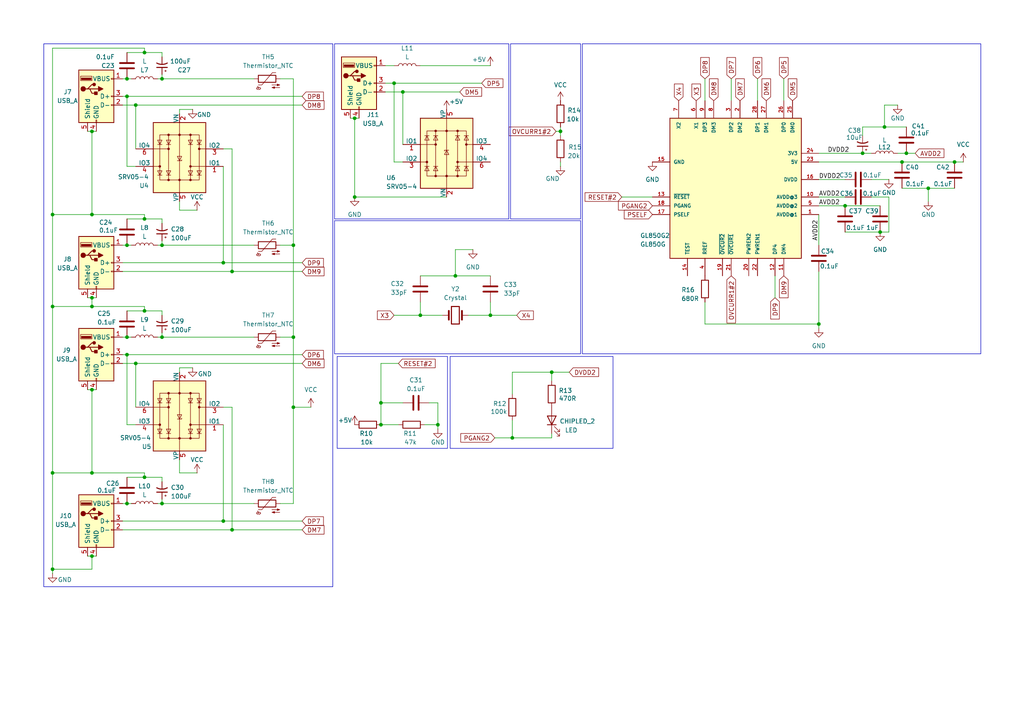
<source format=kicad_sch>
(kicad_sch (version 20250114) (generator "eeschema") (generator_version "9.0")
  (paper "A4")
  (lib_symbols
    (symbol "Connector:USB_A" (pin_names (offset 1.016))
      (property "Reference" "J" (at -5.08 11.43 0))
      (property "Value" "USB_A" (at -5.08 8.89 0))
      (symbol "USB_A_0_1"
        (rectangle (start -5.08 -7.62) (end 5.08 7.62) (stroke (width 0.254)) (fill (type background)))
        (circle (center -3.81 2.159) (radius 0.635) (stroke (width 0.254)) (fill (type outline)))
        (polyline (pts (xy -3.175 2.159) (xy -2.54 2.159) (xy -1.27 3.429) (xy -0.635 3.429)) (stroke (width 0.254)))
        (polyline (pts (xy -2.54 2.159) (xy -1.905 2.159) (xy -1.27 0.889) (xy 0 0.889)) (stroke (width 0.254)))
        (rectangle (start -1.524 4.826) (end -4.318 5.334) (fill (type outline)))
        (rectangle (start -1.27 4.572) (end -4.572 5.842))
        (circle (center -0.635 3.429) (radius 0.381) (stroke (width 0.254)) (fill (type outline)))
        (rectangle (start -0.127 -7.62) (end 0.127 -6.858))
        (rectangle (start 0.254 1.27) (end -0.508 0.508) (stroke (width 0.254)) (fill (type outline)))
        (polyline (pts (xy 0.635 2.794) (xy 0.635 1.524) (xy 1.905 2.159) (xy 0.635 2.794)) (stroke (width 0.254)) (fill (type outline)))
        (rectangle (start 5.08 4.953) (end 4.318 5.207))
        (rectangle (start 5.08 -0.127) (end 4.318 0.127))
        (rectangle (start 5.08 -2.667) (end 4.318 -2.413))
      )
      (symbol "USB_A_1_1"
        (polyline (pts (xy -1.905 2.159) (xy 0.635 2.159)) (stroke (width 0.254)))
        (pin passive line (at -2.54 -10.16 90) (length 2.54) (name "Shield") (number "5"))
        (pin power_in line (at 0 -10.16 90) (length 2.54) (name "GND") (number "4"))
        (pin power_in line (at 7.62 5.08 180) (length 2.54) (name "VBUS") (number "1"))
        (pin bidirectional line (at 7.62 0 180) (length 2.54) (name "D+") (number "3"))
        (pin bidirectional line (at 7.62 -2.54 180) (length 2.54) (name "D-") (number "2"))
      )
    )
    (symbol "Device:C" (pin_numbers (hide yes)) (pin_names (offset 0.254))
      (property "Reference" "C" (at 0.635 2.54 0))
      (property "Value" "C" (at 0.635 -2.54 0))
      (symbol "C_0_1"
        (polyline (pts (xy -2.032 0.762) (xy 2.032 0.762)) (stroke (width 0.508)))
        (polyline (pts (xy -2.032 -0.762) (xy 2.032 -0.762)) (stroke (width 0.508)))
      )
      (symbol "C_1_1"
        (pin passive line (at 0 3.81 270) (length 2.794) (name "~") (number "1"))
        (pin passive line (at 0 -3.81 90) (length 2.794) (name "~") (number "2"))
      )
    )
    (symbol "Device:C_Polarized_Small_US" (pin_numbers (hide yes)) (pin_names (offset 0.254) (hide yes))
      (property "Reference" "C" (at 0.254 1.778 0))
      (property "Value" "C_Polarized_Small_US" (at 0.254 -2.032 0))
      (symbol "C_Polarized_Small_US_0_1"
        (polyline (pts (xy -1.524 0.508) (xy 1.524 0.508)) (stroke (width 0.3048)))
        (polyline (pts (xy -1.27 1.524) (xy -0.762 1.524)))
        (polyline (pts (xy -1.016 1.27) (xy -1.016 1.778)))
        (arc (start -1.524 -0.762) (mid 0 -0.3734) (end 1.524 -0.762) (stroke (width 0.3048)))
      )
      (symbol "C_Polarized_Small_US_1_1"
        (pin passive line (at 0 2.54 270) (length 2.032) (name "~") (number "1"))
        (pin passive line (at 0 -2.54 90) (length 2.032) (name "~") (number "2"))
      )
    )
    (symbol "Device:Crystal" (pin_numbers (hide yes)) (pin_names (offset 1.016) (hide yes))
      (property "Reference" "Y" (at 0 3.81 0))
      (property "Value" "Crystal" (at 0 -3.81 0))
      (symbol "Crystal_0_1"
        (polyline (pts (xy -2.54 0) (xy -1.905 0)))
        (polyline (pts (xy -1.905 -1.27) (xy -1.905 1.27)) (stroke (width 0.508)))
        (rectangle (start -1.143 2.54) (end 1.143 -2.54) (stroke (width 0.3048)))
        (polyline (pts (xy 1.905 -1.27) (xy 1.905 1.27)) (stroke (width 0.508)))
        (polyline (pts (xy 2.54 0) (xy 1.905 0)))
      )
      (symbol "Crystal_1_1"
        (pin passive line (at -3.81 0 0) (length 1.27) (name "1") (number "1"))
        (pin passive line (at 3.81 0 180) (length 1.27) (name "2") (number "2"))
      )
    )
    (symbol "Device:L" (pin_numbers (hide yes)) (pin_names (offset 1.016) (hide yes))
      (property "Reference" "L" (at -1.27 0 90))
      (property "Value" "L" (at 1.905 0 90))
      (symbol "L_0_1"
        (arc (start 0 2.54) (mid 0.6323 1.905) (end 0 1.27))
        (arc (start 0 1.27) (mid 0.6323 0.635) (end 0 0))
        (arc (start 0 0) (mid 0.6323 -0.635) (end 0 -1.27))
        (arc (start 0 -1.27) (mid 0.6323 -1.905) (end 0 -2.54))
      )
      (symbol "L_1_1"
        (pin passive line (at 0 3.81 270) (length 1.27) (name "1") (number "1"))
        (pin passive line (at 0 -3.81 90) (length 1.27) (name "2") (number "2"))
      )
    )
    (symbol "Device:LED" (pin_numbers (hide yes)) (pin_names (offset 1.016) (hide yes))
      (property "Reference" "D" (at 0 2.54 0))
      (property "Value" "LED" (at 0 -2.54 0))
      (symbol "LED_0_1"
        (polyline (pts (xy -3.048 -0.762) (xy -4.572 -2.286) (xy -3.81 -2.286) (xy -4.572 -2.286) (xy -4.572 -1.524)))
        (polyline (pts (xy -1.778 -0.762) (xy -3.302 -2.286) (xy -2.54 -2.286) (xy -3.302 -2.286) (xy -3.302 -1.524)))
        (polyline (pts (xy -1.27 0) (xy 1.27 0)))
        (polyline (pts (xy -1.27 -1.27) (xy -1.27 1.27)) (stroke (width 0.254)))
        (polyline (pts (xy 1.27 -1.27) (xy 1.27 1.27) (xy -1.27 0) (xy 1.27 -1.27)) (stroke (width 0.254)))
      )
      (symbol "LED_1_1"
        (pin passive line (at -3.81 0 0) (length 2.54) (name "K") (number "1"))
        (pin passive line (at 3.81 0 180) (length 2.54) (name "A") (number "2"))
      )
    )
    (symbol "Device:R" (pin_numbers (hide yes)) (pin_names (offset 0))
      (property "Reference" "R" (at 2.032 0 90))
      (property "Value" "R" (at 0 0 90))
      (symbol "R_0_1"
        (rectangle (start -1.016 -2.54) (end 1.016 2.54) (stroke (width 0.254)))
      )
      (symbol "R_1_1"
        (pin passive line (at 0 3.81 270) (length 1.27) (name "~") (number "1"))
        (pin passive line (at 0 -3.81 90) (length 1.27) (name "~") (number "2"))
      )
    )
    (symbol "Device:Thermistor_NTC" (pin_numbers (hide yes)) (pin_names (offset 0))
      (property "Reference" "TH" (at -4.445 0 90))
      (property "Value" "Thermistor_NTC" (at 3.175 0 90))
      (symbol "Thermistor_NTC_0_1"
        (arc (start -3.175 2.413) (mid -3.0506 2.3165) (end -3.048 2.159))
        (arc (start -3.048 2.794) (mid -2.9736 2.9736) (end -2.794 3.048))
        (arc (start -2.794 3.048) (mid -2.6144 2.9736) (end -2.54 2.794))
        (arc (start -2.794 2.54) (mid -2.9736 2.6144) (end -3.048 2.794))
        (arc (start -2.794 1.905) (mid -2.9736 1.9794) (end -3.048 2.159))
        (arc (start -2.54 2.159) (mid -2.6144 1.9794) (end -2.794 1.905))
        (arc (start -2.159 2.794) (mid -2.434 2.5608) (end -2.794 2.54))
        (polyline (pts (xy -2.54 2.159) (xy -2.54 2.794)))
        (polyline (pts (xy -2.54 -3.683) (xy -2.54 -1.397) (xy -2.794 -2.159) (xy -2.286 -2.159) (xy -2.54 -1.397) (xy -2.54 -1.651)) (fill (type outline)))
        (polyline (pts (xy -1.778 2.54) (xy -1.778 1.524) (xy 1.778 -1.524) (xy 1.778 -2.54)))
        (polyline (pts (xy -1.778 -1.397) (xy -1.778 -3.683) (xy -2.032 -2.921) (xy -1.524 -2.921) (xy -1.778 -3.683) (xy -1.778 -3.429)) (fill (type outline)))
        (rectangle (start -1.016 2.54) (end 1.016 -2.54) (stroke (width 0.254)))
      )
      (symbol "Thermistor_NTC_1_1"
        (pin passive line (at 0 3.81 270) (length 1.27) (name "~") (number "1"))
        (pin passive line (at 0 -3.81 90) (length 1.27) (name "~") (number "2"))
      )
    )
    (symbol "GL850G:GL850G" (pin_names (offset 1.016))
      (property "Reference" "GL850G" (at 0 0 0))
      (property "Value" "GL850G" (at 0 0 0))
      (symbol "GL850G_0_0"
        (rectangle (start -20.32 -20.32) (end 20.32 17.78) (stroke (width 0.254)) (fill (type background)))
        (pin bidirectional line (at -25.4 15.24 0) (length 5.08) (name "DM0") (number "25"))
        (pin bidirectional line (at -25.4 12.7 0) (length 5.08) (name "DP0") (number "26"))
        (pin bidirectional line (at -25.4 7.62 0) (length 5.08) (name "DM1") (number "27"))
        (pin bidirectional line (at -25.4 5.08 0) (length 5.08) (name "DP1") (number "28"))
        (pin bidirectional line (at -25.4 0 0) (length 5.08) (name "DM2") (number "2"))
        (pin bidirectional line (at -25.4 -2.54 0) (length 5.08) (name "DP2") (number "3"))
        (pin bidirectional line (at -25.4 -7.62 0) (length 5.08) (name "DM3") (number "8"))
        (pin bidirectional line (at -25.4 -10.16 0) (length 5.08) (name "DP3") (number "9"))
        (pin bidirectional line (at -25.4 -12.7 0) (length 5.08) (name "X1") (number "6"))
        (pin bidirectional line (at -25.4 -17.78 0) (length 5.08) (name "X2") (number "7"))
        (pin bidirectional line (at -10.16 22.86 270) (length 5.08) (name "3V3") (number "24"))
        (pin bidirectional line (at -7.62 22.86 270) (length 5.08) (name "5V") (number "23"))
        (pin bidirectional line (at -7.62 -25.4 90) (length 5.08) (name "GND") (number "15"))
        (pin bidirectional line (at -2.54 22.86 270) (length 5.08) (name "DVDD") (number "16"))
        (pin bidirectional line (at 2.54 22.86 270) (length 5.08) (name "AVDD@3") (number "10"))
        (pin bidirectional line (at 2.54 -25.4 90) (length 5.08) (name "~{RESET}") (number "13"))
        (pin bidirectional line (at 5.08 22.86 270) (length 5.08) (name "AVDD@2") (number "5"))
        (pin bidirectional line (at 5.08 -25.4 90) (length 5.08) (name "PGANG") (number "18"))
        (pin bidirectional line (at 7.62 22.86 270) (length 5.08) (name "AVDD@1") (number "1"))
        (pin bidirectional line (at 7.62 -25.4 90) (length 5.08) (name "PSELF") (number "17"))
        (pin bidirectional line (at 25.4 12.7 180) (length 5.08) (name "DM4") (number "11"))
        (pin bidirectional line (at 25.4 10.16 180) (length 5.08) (name "DP4") (number "12"))
        (pin bidirectional line (at 25.4 5.08 180) (length 5.08) (name "PWREN1") (number "22"))
        (pin bidirectional line (at 25.4 2.54 180) (length 5.08) (name "PWREN2") (number "20"))
        (pin bidirectional line (at 25.4 -2.54 180) (length 5.08) (name "~{OVCUR1}") (number "21"))
        (pin bidirectional line (at 25.4 -5.08 180) (length 5.08) (name "~{OVCUR2}") (number "19"))
        (pin bidirectional line (at 25.4 -10.16 180) (length 5.08) (name "RREF") (number "4"))
        (pin bidirectional line (at 25.4 -15.24 180) (length 5.08) (name "TEST") (number "14"))
      )
    )
    (symbol "Power_Protection:SRV05-4" (pin_names (offset 0))
      (property "Reference" "U" (at -5.08 11.43 0))
      (property "Value" "SRV05-4" (at 2.54 11.43 0))
      (symbol "SRV05-4_0_0"
        (rectangle (start -5.715 6.477) (end 5.715 -6.604))
        (polyline (pts (xy -3.175 -6.604) (xy -3.175 6.477)))
        (polyline (pts (xy 3.175 6.477) (xy 3.175 -6.604)))
      )
      (symbol "SRV05-4_0_1"
        (polyline (pts (xy -7.747 2.54) (xy -3.175 2.54)))
        (rectangle (start -7.62 10.16) (end 7.62 -10.16) (stroke (width 0.254)) (fill (type background)))
        (polyline (pts (xy -7.62 -2.54) (xy -5.715 -2.54)))
        (circle (center -5.715 -2.54) (radius 0.2794) (fill (type outline)))
        (polyline (pts (xy -5.08 5.08) (xy -6.35 5.08)))
        (polyline (pts (xy -5.08 3.81) (xy -6.35 3.81) (xy -5.715 5.08) (xy -5.08 3.81)))
        (polyline (pts (xy -5.08 -3.81) (xy -6.35 -3.81)))
        (polyline (pts (xy -5.08 -5.08) (xy -6.35 -5.08) (xy -5.715 -3.81) (xy -5.08 -5.08)))
        (circle (center -3.175 6.477) (radius 0.2794) (fill (type outline)))
        (circle (center -3.175 2.54) (radius 0.2794) (fill (type outline)))
        (circle (center -3.175 -6.604) (radius 0.2794) (fill (type outline)))
        (polyline (pts (xy -2.54 5.08) (xy -3.81 5.08)))
        (polyline (pts (xy -2.54 3.81) (xy -3.81 3.81) (xy -3.175 5.08) (xy -2.54 3.81)))
        (polyline (pts (xy -2.54 -3.81) (xy -3.81 -3.81)))
        (polyline (pts (xy -2.54 -5.08) (xy -3.81 -5.08) (xy -3.175 -3.81) (xy -2.54 -5.08)))
        (polyline (pts (xy 0 10.16) (xy 0 -10.16)))
        (circle (center 0 6.477) (radius 0.2794) (fill (type outline)))
        (circle (center 0 -6.604) (radius 0.2794) (fill (type outline)))
        (polyline (pts (xy 0.635 0.889) (xy -0.635 0.889) (xy -0.635 0.635)))
        (polyline (pts (xy 0.635 -0.381) (xy -0.635 -0.381) (xy 0 0.889) (xy 0.635 -0.381)))
        (circle (center 3.175 6.477) (radius 0.2794) (fill (type outline)))
        (circle (center 3.175 -2.54) (radius 0.2794) (fill (type outline)))
        (circle (center 3.175 -6.604) (radius 0.2794) (fill (type outline)))
        (polyline (pts (xy 3.81 5.08) (xy 2.54 5.08)))
        (polyline (pts (xy 3.81 3.81) (xy 2.54 3.81) (xy 3.175 5.08) (xy 3.81 3.81)))
        (polyline (pts (xy 3.81 -3.81) (xy 2.54 -3.81)))
        (polyline (pts (xy 3.81 -5.08) (xy 2.54 -5.08) (xy 3.175 -3.81) (xy 3.81 -5.08)))
        (circle (center 5.715 2.54) (radius 0.2794) (fill (type outline)))
        (polyline (pts (xy 6.35 5.08) (xy 5.08 5.08)))
        (polyline (pts (xy 6.35 3.81) (xy 5.08 3.81) (xy 5.715 5.08) (xy 6.35 3.81)))
        (polyline (pts (xy 6.35 -3.81) (xy 5.08 -3.81)))
        (polyline (pts (xy 6.35 -5.08) (xy 5.08 -5.08) (xy 5.715 -3.81) (xy 6.35 -5.08)))
        (polyline (pts (xy 7.62 2.54) (xy 5.715 2.54)))
        (polyline (pts (xy 7.62 -2.54) (xy 3.175 -2.54)))
      )
      (symbol "SRV05-4_1_1"
        (pin passive line (at -12.7 2.54 0) (length 5.08) (name "IO1") (number "1"))
        (pin passive line (at -12.7 -2.54 0) (length 5.08) (name "IO2") (number "3"))
        (pin passive line (at 0 12.7 270) (length 2.54) (name "VP") (number "5"))
        (pin passive line (at 0 -12.7 90) (length 2.54) (name "VN") (number "2"))
        (pin passive line (at 12.7 2.54 180) (length 5.08) (name "IO3") (number "4"))
        (pin passive line (at 12.7 -2.54 180) (length 5.08) (name "IO4") (number "6"))
      )
    )
    (symbol "power:+5V" (power) (pin_numbers (hide yes)) (pin_names (offset 0) (hide yes))
      (property "Value" "+5V" (at 0 3.556 0))
      (symbol "+5V_0_1"
        (polyline (pts (xy -0.762 1.27) (xy 0 2.54)))
        (polyline (pts (xy 0 2.54) (xy 0.762 1.27)))
        (polyline (pts (xy 0 0) (xy 0 2.54)))
      )
      (symbol "+5V_1_1"
        (pin power_in line (at 0 0 90) (length 0) (name "~") (number "1"))
      )
    )
    (symbol "power:GND" (power) (pin_numbers (hide yes)) (pin_names (offset 0) (hide yes))
      (property "Value" "GND" (at 0 -3.81 0))
      (symbol "GND_0_1"
        (polyline (pts (xy 0 0) (xy 0 -1.27) (xy 1.27 -1.27) (xy 0 -2.54) (xy -1.27 -1.27) (xy 0 -1.27)))
      )
      (symbol "GND_1_1"
        (pin power_in line (at 0 0 270) (length 0) (name "~") (number "1"))
      )
    )
    (symbol "power:VCC" (power) (pin_numbers (hide yes)) (pin_names (offset 0) (hide yes))
      (property "Value" "VCC" (at 0 3.556 0))
      (symbol "VCC_0_1"
        (polyline (pts (xy -0.762 1.27) (xy 0 2.54)))
        (polyline (pts (xy 0 2.54) (xy 0.762 1.27)))
        (polyline (pts (xy 0 0) (xy 0 2.54)))
      )
      (symbol "VCC_1_1"
        (pin power_in line (at 0 0 90) (length 0) (name "~") (number "1"))
      )
    )
  )
  (rectangle (start 12.7 12.7) (end 96.52 170.18))
  (rectangle (start 148.082 12.7) (end 168.402 63.5))
  (rectangle (start 168.91 12.7) (end 284.48 102.616))
  (rectangle (start 130.556 103.378) (end 177.8 130.048))
  (rectangle (start 97.79 103.378) (end 129.794 130.048))
  (rectangle (start 97.028 12.7) (end 147.574 63.5))
  (rectangle (start 97.028 64.008) (end 168.402 102.616))
  (junction (at 46.99 22.86))
  (junction (at 148.59 127))
  (junction (at 132.08 80.01))
  (junction (at 41.91 90.17))
  (junction (at 26.67 62.23))
  (junction (at 15.24 62.23))
  (junction (at 15.24 165.1))
  (junction (at 261.62 46.99))
  (junction (at 162.56 38.1))
  (junction (at 36.83 146.05))
  (junction (at 26.67 137.16))
  (junction (at 250.19 44.45))
  (junction (at 41.91 138.43))
  (junction (at 256.54 36.83))
  (junction (at 110.49 123.19))
  (junction (at 41.91 15.24))
  (junction (at 102.87 34.29))
  (junction (at 245.11 59.69))
  (junction (at 142.24 91.44))
  (junction (at 36.83 102.87))
  (junction (at 64.77 76.2))
  (junction (at 85.09 71.12))
  (junction (at 127 123.19))
  (junction (at 255.27 67.31))
  (junction (at 26.67 161.29))
  (junction (at 160.02 107.95))
  (junction (at 46.99 71.12))
  (junction (at 276.86 46.99))
  (junction (at 15.24 88.9))
  (junction (at 26.67 86.36))
  (junction (at 67.31 153.67))
  (junction (at 85.09 118.11))
  (junction (at 39.37 105.41))
  (junction (at 237.49 93.98))
  (junction (at 67.31 78.74))
  (junction (at 46.99 97.79))
  (junction (at 85.09 97.79))
  (junction (at 36.83 71.12))
  (junction (at 36.83 97.79))
  (junction (at 15.24 137.16))
  (junction (at 121.92 91.44))
  (junction (at 64.77 151.13))
  (junction (at 114.3 24.13))
  (junction (at 26.67 38.1))
  (junction (at 269.24 54.61))
  (junction (at 36.83 22.86))
  (junction (at 39.37 30.48))
  (junction (at 46.99 146.05))
  (junction (at 116.84 26.67))
  (junction (at 41.91 63.5))
  (junction (at 36.83 27.94))
  (junction (at 262.89 44.45))
  (junction (at 110.49 116.84))
  (junction (at 26.67 88.9))
  (junction (at 102.87 57.15))
  (junction (at 26.67 113.03))
  (wire (pts (xy 35.56 151.13) (xy 64.77 151.13)))
  (wire (pts (xy 36.83 15.24) (xy 41.91 15.24)))
  (wire (pts (xy 212.09 22.86) (xy 212.09 29.21)))
  (wire (pts (xy 26.67 62.23) (xy 41.91 62.23)))
  (wire (pts (xy 15.24 13.97) (xy 15.24 62.23)))
  (wire (pts (xy 41.91 88.9) (xy 41.91 90.17)))
  (wire (pts (xy 45.72 146.05) (xy 46.99 146.05)))
  (wire (pts (xy 161.29 38.1) (xy 162.56 38.1)))
  (wire (pts (xy 35.56 27.94) (xy 36.83 27.94)))
  (wire (pts (xy 35.56 153.67) (xy 67.31 153.67)))
  (wire (pts (xy 85.09 118.11) (xy 90.17 118.11)))
  (wire (pts (xy 46.99 71.12) (xy 45.72 71.12)))
  (wire (pts (xy 36.83 27.94) (xy 36.83 48.26)))
  (wire (pts (xy 15.24 62.23) (xy 15.24 88.9)))
  (wire (pts (xy 36.83 71.12) (xy 38.1 71.12)))
  (wire (pts (xy 45.72 22.86) (xy 46.99 22.86)))
  (wire (pts (xy 39.37 123.19) (xy 36.83 123.19)))
  (wire (pts (xy 160.02 127) (xy 148.59 127)))
  (wire (pts (xy 250.19 44.45) (xy 237.49 44.45)))
  (wire (pts (xy 26.67 86.36) (xy 27.94 86.36)))
  (wire (pts (xy 39.37 48.26) (xy 36.83 48.26)))
  (wire (pts (xy 26.67 86.36) (xy 26.67 88.9)))
  (wire (pts (xy 255.27 67.31) (xy 257.81 67.31)))
  (wire (pts (xy 269.24 54.61) (xy 276.86 54.61)))
  (wire (pts (xy 162.56 36.83) (xy 162.56 38.1)))
  (wire (pts (xy 41.91 62.23) (xy 41.91 63.5)))
  (wire (pts (xy 160.02 125.73) (xy 160.02 127)))
  (wire (pts (xy 46.99 22.86) (xy 73.66 22.86)))
  (wire (pts (xy 245.11 57.15) (xy 237.49 57.15)))
  (wire (pts (xy 121.92 91.44) (xy 128.27 91.44)))
  (wire (pts (xy 64.77 151.13) (xy 87.63 151.13)))
  (wire (pts (xy 15.24 62.23) (xy 26.67 62.23)))
  (wire (pts (xy 35.56 105.41) (xy 39.37 105.41)))
  (wire (pts (xy 148.59 107.95) (xy 148.59 114.3)))
  (wire (pts (xy 41.91 15.24) (xy 46.99 15.24)))
  (wire (pts (xy 252.73 52.07) (xy 257.81 52.07)))
  (wire (pts (xy 269.24 54.61) (xy 269.24 58.42)))
  (wire (pts (xy 250.19 36.83) (xy 256.54 36.83)))
  (wire (pts (xy 132.08 80.01) (xy 132.08 72.39)))
  (wire (pts (xy 41.91 90.17) (xy 36.83 90.17)))
  (wire (pts (xy 227.33 22.86) (xy 227.33 29.21)))
  (wire (pts (xy 15.24 13.97) (xy 41.91 13.97)))
  (wire (pts (xy 35.56 76.2) (xy 64.77 76.2)))
  (wire (pts (xy 85.09 97.79) (xy 85.09 118.11)))
  (wire (pts (xy 81.28 71.12) (xy 85.09 71.12)))
  (wire (pts (xy 116.84 26.67) (xy 133.35 26.67)))
  (wire (pts (xy 162.56 48.26) (xy 162.56 46.99)))
  (wire (pts (xy 52.07 60.96) (xy 52.07 58.42)))
  (wire (pts (xy 135.89 91.44) (xy 142.24 91.44)))
  (wire (pts (xy 102.87 34.29) (xy 102.87 57.15)))
  (wire (pts (xy 67.31 118.11) (xy 67.31 153.67)))
  (wire (pts (xy 114.3 24.13) (xy 139.7 24.13)))
  (wire (pts (xy 142.24 91.44) (xy 149.86 91.44)))
  (wire (pts (xy 204.47 93.98) (xy 237.49 93.98)))
  (wire (pts (xy 102.87 34.29) (xy 104.14 34.29)))
  (wire (pts (xy 46.99 63.5) (xy 41.91 63.5)))
  (wire (pts (xy 25.4 86.36) (xy 26.67 86.36)))
  (wire (pts (xy 260.35 44.45) (xy 262.89 44.45)))
  (wire (pts (xy 148.59 107.95) (xy 160.02 107.95)))
  (wire (pts (xy 256.54 36.83) (xy 262.89 36.83)))
  (wire (pts (xy 26.67 161.29) (xy 26.67 165.1)))
  (wire (pts (xy 116.84 46.99) (xy 114.3 46.99)))
  (wire (pts (xy 36.83 146.05) (xy 38.1 146.05)))
  (wire (pts (xy 256.54 36.83) (xy 256.54 30.48)))
  (wire (pts (xy 15.24 137.16) (xy 26.67 137.16)))
  (wire (pts (xy 57.15 60.96) (xy 52.07 60.96)))
  (wire (pts (xy 26.67 137.16) (xy 41.91 137.16)))
  (wire (pts (xy 55.88 106.68) (xy 52.07 106.68)))
  (wire (pts (xy 114.3 24.13) (xy 114.3 46.99)))
  (wire (pts (xy 15.24 137.16) (xy 15.24 165.1)))
  (wire (pts (xy 180.34 57.15) (xy 189.23 57.15)))
  (wire (pts (xy 237.49 46.99) (xy 261.62 46.99)))
  (wire (pts (xy 41.91 138.43) (xy 36.83 138.43)))
  (wire (pts (xy 52.07 133.35) (xy 52.07 137.16)))
  (wire (pts (xy 39.37 105.41) (xy 39.37 118.11)))
  (wire (pts (xy 67.31 43.18) (xy 67.31 78.74)))
  (wire (pts (xy 46.99 139.7) (xy 46.99 138.43)))
  (wire (pts (xy 36.83 102.87) (xy 36.83 123.19)))
  (wire (pts (xy 46.99 138.43) (xy 41.91 138.43)))
  (wire (pts (xy 121.92 80.01) (xy 132.08 80.01)))
  (wire (pts (xy 46.99 69.85) (xy 46.99 71.12)))
  (wire (pts (xy 127 116.84) (xy 127 123.19)))
  (wire (pts (xy 39.37 30.48) (xy 87.63 30.48)))
  (wire (pts (xy 35.56 146.05) (xy 36.83 146.05)))
  (wire (pts (xy 36.83 102.87) (xy 87.63 102.87)))
  (wire (pts (xy 25.4 161.29) (xy 26.67 161.29)))
  (wire (pts (xy 204.47 87.63) (xy 204.47 93.98)))
  (wire (pts (xy 41.91 138.43) (xy 41.91 137.16)))
  (wire (pts (xy 245.11 59.69) (xy 255.27 59.69)))
  (wire (pts (xy 132.08 72.39) (xy 137.16 72.39)))
  (wire (pts (xy 245.11 52.07) (xy 237.49 52.07)))
  (wire (pts (xy 15.24 88.9) (xy 15.24 137.16)))
  (wire (pts (xy 41.91 13.97) (xy 41.91 15.24)))
  (wire (pts (xy 237.49 93.98) (xy 237.49 95.25)))
  (wire (pts (xy 46.99 146.05) (xy 46.99 144.78)))
  (wire (pts (xy 39.37 30.48) (xy 39.37 43.18)))
  (wire (pts (xy 15.24 165.1) (xy 15.24 166.37)))
  (wire (pts (xy 35.56 78.74) (xy 67.31 78.74)))
  (wire (pts (xy 46.99 146.05) (xy 73.66 146.05)))
  (wire (pts (xy 224.79 86.36) (xy 224.79 80.01)))
  (wire (pts (xy 46.99 90.17) (xy 41.91 90.17)))
  (wire (pts (xy 35.56 102.87) (xy 36.83 102.87)))
  (wire (pts (xy 52.07 31.75) (xy 52.07 33.02)))
  (wire (pts (xy 245.11 67.31) (xy 255.27 67.31)))
  (wire (pts (xy 237.49 62.23) (xy 237.49 71.12)))
  (wire (pts (xy 35.56 97.79) (xy 36.83 97.79)))
  (wire (pts (xy 26.67 161.29) (xy 27.94 161.29)))
  (wire (pts (xy 85.09 22.86) (xy 85.09 71.12)))
  (wire (pts (xy 26.67 88.9) (xy 41.91 88.9)))
  (wire (pts (xy 102.87 57.15) (xy 129.54 57.15)))
  (wire (pts (xy 39.37 105.41) (xy 87.63 105.41)))
  (wire (pts (xy 46.99 71.12) (xy 73.66 71.12)))
  (wire (pts (xy 110.49 105.41) (xy 115.57 105.41)))
  (wire (pts (xy 123.19 123.19) (xy 127 123.19)))
  (wire (pts (xy 26.67 113.03) (xy 26.67 137.16)))
  (wire (pts (xy 204.47 22.86) (xy 204.47 29.21)))
  (wire (pts (xy 110.49 116.84) (xy 110.49 123.19)))
  (wire (pts (xy 57.15 137.16) (xy 52.07 137.16)))
  (wire (pts (xy 115.57 123.19) (xy 110.49 123.19)))
  (wire (pts (xy 64.77 48.26) (xy 64.77 76.2)))
  (wire (pts (xy 256.54 30.48) (xy 260.35 30.48)))
  (wire (pts (xy 237.49 78.74) (xy 237.49 93.98)))
  (wire (pts (xy 148.59 121.92) (xy 148.59 127)))
  (wire (pts (xy 25.4 113.03) (xy 26.67 113.03)))
  (wire (pts (xy 250.19 39.37) (xy 250.19 36.83)))
  (wire (pts (xy 261.62 46.99) (xy 276.86 46.99)))
  (wire (pts (xy 52.07 106.68) (xy 52.07 107.95)))
  (wire (pts (xy 26.67 38.1) (xy 26.67 62.23)))
  (wire (pts (xy 64.77 76.2) (xy 87.63 76.2)))
  (wire (pts (xy 36.83 22.86) (xy 35.56 22.86)))
  (wire (pts (xy 52.07 31.75) (xy 55.88 31.75)))
  (wire (pts (xy 257.81 57.15) (xy 252.73 57.15)))
  (wire (pts (xy 15.24 88.9) (xy 26.67 88.9)))
  (wire (pts (xy 127 124.46) (xy 127 123.19)))
  (wire (pts (xy 85.09 146.05) (xy 81.28 146.05)))
  (wire (pts (xy 110.49 116.84) (xy 116.84 116.84)))
  (wire (pts (xy 85.09 71.12) (xy 85.09 97.79)))
  (wire (pts (xy 127 116.84) (xy 124.46 116.84)))
  (wire (pts (xy 41.91 63.5) (xy 36.83 63.5)))
  (wire (pts (xy 143.51 127) (xy 148.59 127)))
  (wire (pts (xy 26.67 165.1) (xy 15.24 165.1)))
  (wire (pts (xy 250.19 44.45) (xy 252.73 44.45)))
  (wire (pts (xy 36.83 27.94) (xy 87.63 27.94)))
  (wire (pts (xy 160.02 107.95) (xy 160.02 110.49)))
  (wire (pts (xy 46.99 21.59) (xy 46.99 22.86)))
  (wire (pts (xy 67.31 153.67) (xy 87.63 153.67)))
  (wire (pts (xy 25.4 38.1) (xy 26.67 38.1)))
  (wire (pts (xy 36.83 97.79) (xy 38.1 97.79)))
  (wire (pts (xy 121.92 19.05) (xy 142.24 19.05)))
  (wire (pts (xy 64.77 118.11) (xy 67.31 118.11)))
  (wire (pts (xy 116.84 26.67) (xy 116.84 41.91)))
  (wire (pts (xy 26.67 38.1) (xy 27.94 38.1)))
  (wire (pts (xy 262.89 44.45) (xy 265.43 44.45)))
  (wire (pts (xy 46.99 16.51) (xy 46.99 15.24)))
  (wire (pts (xy 64.77 123.19) (xy 64.77 151.13)))
  (wire (pts (xy 46.99 90.17) (xy 46.99 91.44)))
  (wire (pts (xy 26.67 113.03) (xy 27.94 113.03)))
  (wire (pts (xy 35.56 30.48) (xy 39.37 30.48)))
  (wire (pts (xy 162.56 38.1) (xy 162.56 39.37)))
  (wire (pts (xy 111.76 24.13) (xy 114.3 24.13)))
  (wire (pts (xy 219.71 22.86) (xy 219.71 29.21)))
  (wire (pts (xy 237.49 59.69) (xy 245.11 59.69)))
  (wire (pts (xy 111.76 26.67) (xy 116.84 26.67)))
  (wire (pts (xy 132.08 80.01) (xy 142.24 80.01)))
  (wire (pts (xy 38.1 22.86) (xy 36.83 22.86)))
  (wire (pts (xy 67.31 78.74) (xy 87.63 78.74)))
  (wire (pts (xy 46.99 97.79) (xy 73.66 97.79)))
  (wire (pts (xy 46.99 64.77) (xy 46.99 63.5)))
  (wire (pts (xy 142.24 87.63) (xy 142.24 91.44)))
  (wire (pts (xy 46.99 96.52) (xy 46.99 97.79)))
  (wire (pts (xy 121.92 87.63) (xy 121.92 91.44)))
  (wire (pts (xy 46.99 97.79) (xy 45.72 97.79)))
  (wire (pts (xy 257.81 57.15) (xy 257.81 67.31)))
  (wire (pts (xy 101.6 34.29) (xy 102.87 34.29)))
  (wire (pts (xy 276.86 46.99) (xy 279.4 46.99)))
  (wire (pts (xy 110.49 105.41) (xy 110.49 116.84)))
  (wire (pts (xy 35.56 71.12) (xy 36.83 71.12)))
  (wire (pts (xy 261.62 54.61) (xy 269.24 54.61)))
  (wire (pts (xy 64.77 43.18) (xy 67.31 43.18)))
  (wire (pts (xy 160.02 107.95) (xy 165.1 107.95)))
  (wire (pts (xy 81.28 97.79) (xy 85.09 97.79)))
  (wire (pts (xy 114.3 91.44) (xy 121.92 91.44)))
  (wire (pts (xy 114.3 19.05) (xy 111.76 19.05)))
  (wire (pts (xy 85.09 118.11) (xy 85.09 146.05)))
  (wire (pts (xy 81.28 22.86) (xy 85.09 22.86)))
  (label "AVDD2" (at 237.49 57.15 0))
  (label "DVDD2" (at 237.49 52.07 0))
  (label "AVDD2" (at 237.49 69.85 90))
  (label "AVDD2" (at 237.49 59.69 0))
  (label "DVDD2" (at 240.03 44.45 0))
  (global_label "DVDD2" (shape input) (at 165.1 107.95 0) (property "Intersheetrefs" "${INTERSHEET_REFS}" (effects (hide yes))))
  (global_label "DP7" (shape input) (at 212.09 22.86 90) (property "Intersheetrefs" "${INTERSHEET_REFS}" (effects (hide yes))))
  (global_label "DP7" (shape input) (at 87.63 151.13 0) (property "Intersheetrefs" "${INTERSHEET_REFS}" (effects (hide yes))))
  (global_label "DM9" (shape input) (at 227.33 80.01 270) (property "Intersheetrefs" "${INTERSHEET_REFS}" (effects (hide yes))))
  (global_label "DP5" (shape input) (at 227.33 22.86 90) (property "Intersheetrefs" "${INTERSHEET_REFS}" (effects (hide yes))))
  (global_label "DP8" (shape input) (at 87.63 27.94 0) (property "Intersheetrefs" "${INTERSHEET_REFS}" (effects (hide yes))))
  (global_label "DM6" (shape input) (at 222.25 29.21 90) (property "Intersheetrefs" "${INTERSHEET_REFS}" (effects (hide yes))))
  (global_label "DM8" (shape input) (at 207.01 29.21 90) (property "Intersheetrefs" "${INTERSHEET_REFS}" (effects (hide yes))))
  (global_label "DM5" (shape input) (at 229.87 29.21 90) (property "Intersheetrefs" "${INTERSHEET_REFS}" (effects (hide yes))))
  (global_label "X3" (shape input) (at 114.3 91.44 180) (property "Intersheetrefs" "${INTERSHEET_REFS}" (effects (hide yes))))
  (global_label "DM7" (shape input) (at 214.63 29.21 90) (property "Intersheetrefs" "${INTERSHEET_REFS}" (effects (hide yes))))
  (global_label "DP9" (shape input) (at 224.79 86.36 270) (property "Intersheetrefs" "${INTERSHEET_REFS}" (effects (hide yes))))
  (global_label "DM5" (shape input) (at 133.35 26.67 0) (property "Intersheetrefs" "${INTERSHEET_REFS}" (effects (hide yes))))
  (global_label "RESET#2" (shape input) (at 115.57 105.41 0) (property "Intersheetrefs" "${INTERSHEET_REFS}" (effects (hide yes))))
  (global_label "OVCURR1#2" (shape input) (at 161.29 38.1 180) (property "Intersheetrefs" "${INTERSHEET_REFS}" (effects (hide yes))))
  (global_label "DP8" (shape input) (at 204.47 22.86 90) (property "Intersheetrefs" "${INTERSHEET_REFS}" (effects (hide yes))))
  (global_label "PGANG2" (shape input) (at 143.51 127 180) (property "Intersheetrefs" "${INTERSHEET_REFS}" (effects (hide yes))))
  (global_label "RESET#2" (shape input) (at 180.34 57.15 180) (property "Intersheetrefs" "${INTERSHEET_REFS}" (effects (hide yes))))
  (global_label "X4" (shape input) (at 149.86 91.44 0) (property "Intersheetrefs" "${INTERSHEET_REFS}" (effects (hide yes))))
  (global_label "X4" (shape input) (at 196.85 29.21 90) (property "Intersheetrefs" "${INTERSHEET_REFS}" (effects (hide yes))))
  (global_label "PSELF" (shape input) (at 189.23 62.23 180) (property "Intersheetrefs" "${INTERSHEET_REFS}" (effects (hide yes))))
  (global_label "DP6" (shape input) (at 87.63 102.87 0) (property "Intersheetrefs" "${INTERSHEET_REFS}" (effects (hide yes))))
  (global_label "X3" (shape input) (at 201.93 29.21 90) (property "Intersheetrefs" "${INTERSHEET_REFS}" (effects (hide yes))))
  (global_label "DP6" (shape input) (at 219.71 22.86 90) (property "Intersheetrefs" "${INTERSHEET_REFS}" (effects (hide yes))))
  (global_label "OVCURR1#2" (shape input) (at 212.09 80.01 270) (property "Intersheetrefs" "${INTERSHEET_REFS}" (effects (hide yes))))
  (global_label "PGANG2" (shape input) (at 189.23 59.69 180) (property "Intersheetrefs" "${INTERSHEET_REFS}" (effects (hide yes))))
  (global_label "DM8" (shape input) (at 87.63 30.48 0) (property "Intersheetrefs" "${INTERSHEET_REFS}" (effects (hide yes))))
  (global_label "DM6" (shape input) (at 87.63 105.41 0) (property "Intersheetrefs" "${INTERSHEET_REFS}" (effects (hide yes))))
  (global_label "AVDD2" (shape input) (at 265.43 44.45 0) (property "Intersheetrefs" "${INTERSHEET_REFS}" (effects (hide yes))))
  (global_label "DP9" (shape input) (at 87.63 76.2 0) (property "Intersheetrefs" "${INTERSHEET_REFS}" (effects (hide yes))))
  (global_label "DM9" (shape input) (at 87.63 78.74 0) (property "Intersheetrefs" "${INTERSHEET_REFS}" (effects (hide yes))))
  (global_label "DM7" (shape input) (at 87.63 153.67 0) (property "Intersheetrefs" "${INTERSHEET_REFS}" (effects (hide yes))))
  (global_label "DP5" (shape input) (at 139.7 24.13 0) (property "Intersheetrefs" "${INTERSHEET_REFS}" (effects (hide yes))))
  (symbol (lib_id "Device:C_Polarized_Small_US") (at 250.19 41.91 180) (unit 1)
    (property "Reference" "C38" (at 245.872 37.846 0) (effects (justify right)))
    (property "Value" "10uF" (at 245.364 39.878 0) (effects (justify right)))
    (property "Footprint" "Capacitor_THT:C_Radial_D6.3mm_H11.0mm_P2.50mm" (effects (hide yes)))
    (property "Description" "Polarized capacitor, small US symbol" (effects (hide yes)))
  )
  (symbol (lib_id "Device:R") (at 160.02 114.3 0) (unit 1)
    (property "Reference" "R13" (at 162.052 113.284 0) (effects (justify left)))
    (property "Value" "470R" (at 162.052 115.57 0) (effects (justify left)))
    (property "Footprint" "Resistor_SMD:R_0603_1608Metric_Pad0.98x0.95mm_HandSolder" (effects (hide yes)))
    (property "Description" "Resistor" (effects (hide yes)))
  )
  (symbol (lib_id "Power_Protection:SRV05-4") (at 129.54 44.45 0) (unit 1)
    (property "Reference" "U6" (at 112.014 51.562 0) (effects (justify left)))
    (property "Value" "SRV05-4" (at 112.014 54.102 0) (effects (justify left)))
    (property "Footprint" "Package_TO_SOT_SMD:TSOT-23-6_HandSoldering" (effects (hide yes)))
    (property "Datasheet" "http://www.onsemi.com/pub/Collateral/SRV05-4-D.PDF" (effects (hide yes)))
    (property "Description" "ESD Protection Diodes with Low Clamping Voltage, SOT-23-6" (effects (hide yes)))
  )
  (symbol (lib_id "power:GND") (at 15.24 166.37 0) (unit 1)
    (property "Reference" "#PWR025" (effects (hide yes)))
    (property "Value" "GND" (at 18.796 168.148 0))
    (property "Description" "Power symbol creates a global label with name \"GND\" , ground" (effects (hide yes)))
  )
  (symbol (lib_id "power:GND") (at 237.49 95.25 0) (unit 1)
    (property "Reference" "#PWR040" (effects (hide yes)))
    (property "Value" "GND" (at 237.49 100.33 0))
    (property "Description" "Power symbol creates a global label with name \"GND\" , ground" (effects (hide yes)))
  )
  (symbol (lib_id "Device:C") (at 36.83 19.05 180) (unit 1)
    (property "Reference" "C23" (at 33.274 19.05 0) (effects (justify left)))
    (property "Value" "0.1uF" (at 33.274 16.51 0) (effects (justify left)))
    (property "Footprint" "Capacitor_SMD:C_0603_1608Metric_Pad1.08x0.95mm_HandSolder" (effects (hide yes)))
    (property "Description" "Unpolarized capacitor" (effects (hide yes)))
  )
  (symbol (lib_id "Power_Protection:SRV05-4") (at 52.07 45.72 180) (unit 1)
    (property "Reference" "U4" (at 43.18 53.848 0) (effects (justify left)))
    (property "Value" "SRV05-4" (at 43.18 51.308 0) (effects (justify left)))
    (property "Footprint" "Package_TO_SOT_SMD:TSOT-23-6_HandSoldering" (effects (hide yes)))
    (property "Datasheet" "http://www.onsemi.com/pub/Collateral/SRV05-4-D.PDF" (effects (hide yes)))
    (property "Description" "ESD Protection Diodes with Low Clamping Voltage, SOT-23-6" (effects (hide yes)))
  )
  (symbol (lib_id "Device:LED") (at 160.02 121.92 90) (unit 1)
    (property "Reference" "CHIPLED_2" (at 162.306 122.174 90) (effects (justify right)))
    (property "Value" "LED" (at 163.83 124.7774 90) (effects (justify right)))
    (property "Footprint" "Diode_SMD:D_0805_2012Metric_Pad1.15x1.40mm_HandSolder" (effects (hide yes)))
    (property "Description" "Light emitting diode" (effects (hide yes)))
  )
  (symbol (lib_id "Device:C") (at 262.89 40.64 0) (unit 1)
    (property "Reference" "C41" (at 264.414 36.576 0) (effects (justify left)))
    (property "Value" "0.1uF" (at 264.16 38.608 0) (effects (justify left)))
    (property "Footprint" "Capacitor_SMD:C_0603_1608Metric_Pad1.08x0.95mm_HandSolder" (effects (hide yes)))
    (property "Description" "Unpolarized capacitor" (effects (hide yes)))
  )
  (symbol (lib_id "Device:C") (at 36.83 142.24 0) (unit 1)
    (property "Reference" "C26" (at 30.734 140.208 0) (effects (justify left)))
    (property "Value" "0.1uF" (at 28.194 142.24 0) (effects (justify left)))
    (property "Footprint" "Capacitor_SMD:C_0603_1608Metric_Pad1.08x0.95mm_HandSolder" (effects (hide yes)))
    (property "Description" "Unpolarized capacitor" (effects (hide yes)))
  )
  (symbol (lib_id "Device:Crystal") (at 132.08 91.44 0) (unit 1)
    (property "Reference" "Y2" (at 132.08 83.82 0))
    (property "Value" "Crystal" (at 132.08 86.36 0))
    (property "Footprint" "Crystal:Crystal_SMD_ECS_CSM3X-2Pin_7.6x4.1mm" (effects (hide yes)))
    (property "Description" "Two pin crystal" (effects (hide yes)))
  )
  (symbol (lib_id "power:+5V") (at 142.24 19.05 0) (unit 1)
    (property "Reference" "#PWR036" (effects (hide yes)))
    (property "Value" "+5V" (at 138.938 17.272 0))
    (property "Description" "Power symbol creates a global label with name \"+5V\"" (effects (hide yes)))
  )
  (symbol (lib_id "Device:C_Polarized_Small_US") (at 46.99 142.24 180) (unit 1)
    (property "Reference" "C30" (at 49.53 141.4017 0) (effects (justify right)))
    (property "Value" "100uF" (at 49.53 143.9417 0) (effects (justify right)))
    (property "Footprint" "Capacitor_THT:C_Radial_D6.3mm_H11.0mm_P2.50mm" (effects (hide yes)))
    (property "Description" "Polarized capacitor, small US symbol" (effects (hide yes)))
  )
  (symbol (lib_id "Device:C") (at 245.11 63.5 0) (unit 1)
    (property "Reference" "C37" (at 246.126 61.214 0) (effects (justify left)))
    (property "Value" "0.1uF" (at 245.364 66.04 0) (effects (justify left)))
    (property "Footprint" "Capacitor_SMD:C_0603_1608Metric_Pad1.08x0.95mm_HandSolder" (effects (hide yes)))
    (property "Description" "Unpolarized capacitor" (effects (hide yes)))
  )
  (symbol (lib_id "Device:C") (at 255.27 63.5 0) (unit 1)
    (property "Reference" "C39" (at 250.952 61.214 0) (effects (justify left)))
    (property "Value" "1uF" (at 251.206 66.04 0) (effects (justify left)))
    (property "Footprint" "Capacitor_SMD:C_0603_1608Metric_Pad1.08x0.95mm_HandSolder" (effects (hide yes)))
    (property "Description" "Unpolarized capacitor" (effects (hide yes)))
  )
  (symbol (lib_id "Device:L") (at 41.91 97.79 90) (unit 1)
    (property "Reference" "L9" (at 41.91 92.71 90))
    (property "Value" "L" (at 41.91 95.25 90))
    (property "Footprint" "Inductor_SMD:L_0603_1608Metric_Pad1.05x0.95mm_HandSolder" (effects (hide yes)))
    (property "Description" "Inductor" (effects (hide yes)))
  )
  (symbol (lib_id "Connector:USB_A") (at 104.14 24.13 0) (unit 1)
    (property "Reference" "J11" (at 108.204 33.274 0))
    (property "Value" "USB_A" (at 108.204 35.814 0))
    (property "Footprint" "Connector_USB:USB_A_TE_292303-7_Horizontal" (effects (hide yes)))
    (property "Description" "USB Type A connector" (effects (hide yes)))
  )
  (symbol (lib_id "Device:C_Polarized_Small_US") (at 46.99 93.98 180) (unit 1)
    (property "Reference" "C29" (at 49.53 93.1417 0) (effects (justify right)))
    (property "Value" "100uF" (at 49.53 95.6817 0) (effects (justify right)))
    (property "Footprint" "Capacitor_THT:C_Radial_D6.3mm_H11.0mm_P2.50mm" (effects (hide yes)))
    (property "Description" "Polarized capacitor, small US symbol" (effects (hide yes)))
  )
  (symbol (lib_id "power:VCC") (at 57.15 137.16 0) (unit 1)
    (property "Reference" "#PWR029" (effects (hide yes)))
    (property "Value" "VCC" (at 57.15 133.35 0))
    (property "Description" "Power symbol creates a global label with name \"VCC\"" (effects (hide yes)))
  )
  (symbol (lib_id "Device:C") (at 36.83 93.98 0) (unit 1)
    (property "Reference" "C25" (at 28.194 90.932 0) (effects (justify left)))
    (property "Value" "0.1uF" (at 28.194 93.472 0) (effects (justify left)))
    (property "Footprint" "Capacitor_SMD:C_0603_1608Metric_Pad1.08x0.95mm_HandSolder" (effects (hide yes)))
    (property "Description" "Unpolarized capacitor" (effects (hide yes)))
  )
  (symbol (lib_id "Device:C") (at 142.24 83.82 0) (unit 1)
    (property "Reference" "C33" (at 146.05 82.5499 0) (effects (justify left)))
    (property "Value" "33pF" (at 146.05 85.0899 0) (effects (justify left)))
    (property "Footprint" "Capacitor_SMD:C_0603_1608Metric_Pad1.08x0.95mm_HandSolder" (effects (hide yes)))
    (property "Description" "Unpolarized capacitor" (effects (hide yes)))
  )
  (symbol (lib_id "Device:L") (at 41.91 22.86 90) (unit 1)
    (property "Reference" "L7" (at 41.91 20.32 90))
    (property "Value" "L" (at 41.91 17.78 90))
    (property "Footprint" "Inductor_SMD:L_0603_1608Metric_Pad1.05x0.95mm_HandSolder" (effects (hide yes)))
    (property "Description" "Inductor" (effects (hide yes)))
  )
  (symbol (lib_id "power:GND") (at 269.24 58.42 0) (unit 1)
    (property "Reference" "#PWR044" (effects (hide yes)))
    (property "Value" "GND" (at 269.24 62.23 0))
    (property "Description" "Power symbol creates a global label with name \"GND\" , ground" (effects (hide yes)))
  )
  (symbol (lib_id "Device:L") (at 118.11 19.05 90) (unit 1)
    (property "Reference" "L11" (at 118.11 13.97 90))
    (property "Value" "L" (at 118.11 16.51 90))
    (property "Footprint" "Inductor_SMD:L_0603_1608Metric_Pad1.05x0.95mm_HandSolder" (effects (hide yes)))
    (property "Description" "Inductor" (effects (hide yes)))
  )
  (symbol (lib_id "Device:Thermistor_NTC") (at 77.47 22.86 90) (unit 1)
    (property "Reference" "TH5" (at 77.7875 16.51 90))
    (property "Value" "Thermistor_NTC" (at 77.7875 19.05 90))
    (property "Footprint" "Resistor_SMD:R_0805_2012Metric_Pad1.20x1.40mm_HandSolder" (effects (hide yes)))
    (property "Description" "Temperature dependent resistor, negative temperature coefficient" (effects (hide yes)))
  )
  (symbol (lib_id "Device:Thermistor_NTC") (at 77.47 97.79 90) (unit 1)
    (property "Reference" "TH7" (at 77.7875 91.44 90))
    (property "Value" "Thermistor_NTC" (at 77.7875 93.98 90))
    (property "Footprint" "Resistor_SMD:R_0805_2012Metric_Pad1.20x1.40mm_HandSolder" (effects (hide yes)))
    (property "Description" "Temperature dependent resistor, negative temperature coefficient" (effects (hide yes)))
  )
  (symbol (lib_id "Device:Thermistor_NTC") (at 77.47 146.05 90) (unit 1)
    (property "Reference" "TH8" (at 77.7875 139.7 90))
    (property "Value" "Thermistor_NTC" (at 77.7875 142.24 90))
    (property "Footprint" "Resistor_SMD:R_0805_2012Metric_Pad1.20x1.40mm_HandSolder" (effects (hide yes)))
    (property "Description" "Temperature dependent resistor, negative temperature coefficient" (effects (hide yes)))
  )
  (symbol (lib_id "power:+5V") (at 129.54 31.75 0) (unit 1)
    (property "Reference" "#PWR034" (effects (hide yes)))
    (property "Value" "+5V" (at 132.334 29.464 0))
    (property "Description" "Power symbol creates a global label with name \"+5V\"" (effects (hide yes)))
  )
  (symbol (lib_id "Device:C") (at 36.83 67.31 0) (unit 1)
    (property "Reference" "C24" (at 28.702 64.516 0) (effects (justify left)))
    (property "Value" "0.1uF" (at 28.702 66.802 0) (effects (justify left)))
    (property "Footprint" "Capacitor_SMD:C_0603_1608Metric_Pad1.08x0.95mm_HandSolder" (effects (hide yes)))
    (property "Description" "Unpolarized capacitor" (effects (hide yes)))
  )
  (symbol (lib_id "Device:R") (at 106.68 123.19 90) (unit 1)
    (property "Reference" "R10" (at 108.204 125.73 90) (effects (justify left)))
    (property "Value" "10k" (at 108.204 128.27 90) (effects (justify left)))
    (property "Footprint" "Resistor_SMD:R_0603_1608Metric_Pad0.98x0.95mm_HandSolder" (effects (hide yes)))
    (property "Description" "Resistor" (effects (hide yes)))
  )
  (symbol (lib_id "power:VCC") (at 90.17 118.11 0) (unit 1)
    (property "Reference" "#PWR030" (effects (hide yes)))
    (property "Value" "VCC" (at 90.17 113.03 0))
    (property "Description" "Power symbol creates a global label with name \"VCC\"" (effects (hide yes)))
  )
  (symbol (lib_id "power:GND") (at 137.16 72.39 0) (unit 1)
    (property "Reference" "#PWR035" (effects (hide yes)))
    (property "Value" "GND" (at 137.16 77.47 0))
    (property "Description" "Power symbol creates a global label with name \"GND\" , ground" (effects (hide yes)))
  )
  (symbol (lib_id "Device:R") (at 162.56 43.18 0) (unit 1)
    (property "Reference" "R15" (at 164.846 42.672 0) (effects (justify left)))
    (property "Value" "20k" (at 164.592 45.212 0) (effects (justify left)))
    (property "Footprint" "Resistor_SMD:R_0603_1608Metric_Pad0.98x0.95mm_HandSolder" (effects (hide yes)))
    (property "Description" "Resistor" (effects (hide yes)))
  )
  (symbol (lib_id "GL850G:GL850G") (at 214.63 54.61 270) (unit 1)
    (property "Reference" "GL850G2" (at 185.674 68.326 90) (effects (justify left)))
    (property "Value" "GL850G" (at 185.674 70.866 90) (effects (justify left)))
    (property "Footprint" "footprints:SSOP28_GL850G_GEN-L" (effects (hide yes)))
    (property "MF" "Olimex Ltd." (effects (hide yes)))
    (property "Description_1" "\n                        \n                            Programmable Logic IC Development Tools\n                        \n" (effects (hide yes)))
    (property "Package" "None" (effects (hide yes)))
    (property "Price" "None" (effects (hide yes)))
    (property "SnapEDA_Link" "https://www.snapeda.com/parts/GL850G/Olimex/view-part/?ref=snap" (effects (hide yes)))
    (property "MP" "GL850G" (effects (hide yes)))
    (property "Availability" "In Stock" (effects (hide yes)))
    (property "Check_prices" "https://www.snapeda.com/parts/GL850G/Olimex/view-part/?ref=eda" (effects (hide yes)))
  )
  (symbol (lib_id "power:GND") (at 55.88 31.75 0) (unit 1)
    (property "Reference" "#PWR026" (effects (hide yes)))
    (property "Value" "GND" (at 59.182 33.274 0))
    (property "Description" "Power symbol creates a global label with name \"GND\" , ground" (effects (hide yes)))
  )
  (symbol (lib_id "power:+5V") (at 102.87 123.19 0) (unit 1)
    (property "Reference" "#PWR032" (effects (hide yes)))
    (property "Value" "+5V" (at 100.076 121.92 0))
    (property "Description" "Power symbol creates a global label with name \"+5V\"" (effects (hide yes)))
  )
  (symbol (lib_id "power:GND") (at 162.56 48.26 0) (unit 1)
    (property "Reference" "#PWR038" (effects (hide yes)))
    (property "Value" "GND" (at 160.274 51.816 0))
    (property "Description" "Power symbol creates a global label with name \"GND\" , ground" (effects (hide yes)))
  )
  (symbol (lib_id "power:GND") (at 102.87 57.15 0) (unit 1)
    (property "Reference" "#PWR031" (effects (hide yes)))
    (property "Value" "GND" (at 102.87 62.23 0))
    (property "Description" "Power symbol creates a global label with name \"GND\" , ground" (effects (hide yes)))
  )
  (symbol (lib_id "Device:C") (at 261.62 50.8 0) (unit 1)
    (property "Reference" "C40" (at 262.636 48.514 0) (effects (justify left)))
    (property "Value" "0.1uF" (at 262.636 53.34 0) (effects (justify left)))
    (property "Footprint" "Capacitor_SMD:C_0603_1608Metric_Pad1.08x0.95mm_HandSolder" (effects (hide yes)))
    (property "Description" "Unpolarized capacitor" (effects (hide yes)))
  )
  (symbol (lib_id "Connector:USB_A") (at 27.94 27.94 0) (unit 1)
    (property "Reference" "J7" (at 20.828 26.67 0) (effects (justify right)))
    (property "Value" "USB_A" (at 22.606 29.21 0) (effects (justify right)))
    (property "Footprint" "Connector_USB:USB_A_TE_292303-7_Horizontal" (effects (hide yes)))
    (property "Description" "USB Type A connector" (effects (hide yes)))
  )
  (symbol (lib_id "power:GND") (at 255.27 67.31 0) (unit 1)
    (property "Reference" "#PWR042" (effects (hide yes)))
    (property "Value" "GND" (at 255.27 72.39 0))
    (property "Description" "Power symbol creates a global label with name \"GND\" , ground" (effects (hide yes)))
  )
  (symbol (lib_id "power:GND") (at 55.88 106.68 0) (unit 1)
    (property "Reference" "#PWR027" (effects (hide yes)))
    (property "Value" "GND" (at 59.436 108.458 0))
    (property "Description" "Power symbol creates a global label with name \"GND\" , ground" (effects (hide yes)))
  )
  (symbol (lib_id "power:VCC") (at 57.15 60.96 0) (unit 1)
    (property "Reference" "#PWR028" (effects (hide yes)))
    (property "Value" "VCC" (at 57.15 57.15 0))
    (property "Description" "Power symbol creates a global label with name \"VCC\"" (effects (hide yes)))
  )
  (symbol (lib_id "Device:C") (at 237.49 74.93 0) (unit 1)
    (property "Reference" "C34" (at 240.03 72.898 0))
    (property "Value" "0.1uF" (at 240.538 77.216 0))
    (property "Footprint" "Capacitor_SMD:C_0603_1608Metric_Pad1.08x0.95mm_HandSolder" (effects (hide yes)))
    (property "Description" "Unpolarized capacitor" (effects (hide yes)))
  )
  (symbol (lib_id "Device:L") (at 256.54 44.45 90) (unit 1)
    (property "Reference" "L12" (at 256.54 42.672 90))
    (property "Value" "L" (at 256.54 40.64 90))
    (property "Footprint" "Inductor_SMD:L_0603_1608Metric_Pad1.05x0.95mm_HandSolder" (effects (hide yes)))
    (property "Description" "Inductor" (effects (hide yes)))
  )
  (symbol (lib_id "power:GND") (at 127 124.46 0) (unit 1)
    (property "Reference" "#PWR033" (effects (hide yes)))
    (property "Value" "GND" (at 127 128.27 0))
    (property "Description" "Power symbol creates a global label with name \"GND\" , ground" (effects (hide yes)))
  )
  (symbol (lib_id "power:VCC") (at 162.56 29.21 0) (unit 1)
    (property "Reference" "#PWR037" (effects (hide yes)))
    (property "Value" "VCC" (at 162.56 24.638 0))
    (property "Description" "Power symbol creates a global label with name \"VCC\"" (effects (hide yes)))
  )
  (symbol (lib_id "Device:R") (at 204.47 83.82 0) (unit 1)
    (property "Reference" "R16" (at 197.612 84.074 0) (effects (justify left)))
    (property "Value" "680R" (at 197.612 86.614 0) (effects (justify left)))
    (property "Footprint" "Resistor_SMD:R_0603_1608Metric_Pad0.98x0.95mm_HandSolder" (effects (hide yes)))
    (property "Description" "Resistor" (effects (hide yes)))
  )
  (symbol (lib_id "Device:C") (at 120.65 116.84 90) (unit 1)
    (property "Reference" "C31" (at 120.65 110.236 90))
    (property "Value" "0.1uF" (at 120.65 112.776 90))
    (property "Footprint" "Capacitor_SMD:C_0603_1608Metric_Pad1.08x0.95mm_HandSolder" (effects (hide yes)))
    (property "Description" "Unpolarized capacitor" (effects (hide yes)))
  )
  (symbol (lib_id "Connector:USB_A") (at 27.94 151.13 0) (unit 1)
    (property "Reference" "J10" (at 19.05 149.606 0))
    (property "Value" "USB_A" (at 19.05 152.146 0))
    (property "Footprint" "Connector_USB:USB_A_TE_292303-7_Horizontal" (effects (hide yes)))
    (property "Description" "USB Type A connector" (effects (hide yes)))
  )
  (symbol (lib_id "Device:Thermistor_NTC") (at 77.47 71.12 90) (unit 1)
    (property "Reference" "TH6" (at 77.7875 64.77 90))
    (property "Value" "Thermistor_NTC" (at 77.7875 67.31 90))
    (property "Footprint" "Resistor_SMD:R_0805_2012Metric_Pad1.20x1.40mm_HandSolder" (effects (hide yes)))
    (property "Description" "Temperature dependent resistor, negative temperature coefficient" (effects (hide yes)))
  )
  (symbol (lib_id "Device:C_Polarized_Small_US") (at 46.99 67.31 180) (unit 1)
    (property "Reference" "C28" (at 49.53 66.4717 0) (effects (justify right)))
    (property "Value" "100uF" (at 49.53 69.0117 0) (effects (justify right)))
    (property "Footprint" "Capacitor_THT:C_Radial_D6.3mm_H11.0mm_P2.50mm" (effects (hide yes)))
    (property "Description" "Polarized capacitor, small US symbol" (effects (hide yes)))
  )
  (symbol (lib_id "Connector:USB_A") (at 27.94 76.2 0) (unit 1)
    (property "Reference" "J8" (at 19.558 75.184 0))
    (property "Value" "USB_A" (at 19.558 77.724 0))
    (property "Footprint" "Connector_USB:USB_A_TE_292303-7_Horizontal" (effects (hide yes)))
    (property "Description" "USB Type A connector" (effects (hide yes)))
  )
  (symbol (lib_id "power:GND") (at 257.81 52.07 0) (unit 1)
    (property "Reference" "#PWR041" (effects (hide yes)))
    (property "Value" "GND" (at 257.81 55.88 0))
    (property "Description" "Power symbol creates a global label with name \"GND\" , ground" (effects (hide yes)))
  )
  (symbol (lib_id "power:VCC") (at 279.4 46.99 0) (unit 1)
    (property "Reference" "#PWR045" (effects (hide yes)))
    (property "Value" "VCC" (at 279.4 41.91 0))
    (property "Description" "Power symbol creates a global label with name \"VCC\"" (effects (hide yes)))
  )
  (symbol (lib_id "Device:L") (at 41.91 71.12 90) (unit 1)
    (property "Reference" "L8" (at 41.91 66.04 90))
    (property "Value" "L" (at 41.91 68.58 90))
    (property "Footprint" "Inductor_SMD:L_0603_1608Metric_Pad1.05x0.95mm_HandSolder" (effects (hide yes)))
    (property "Description" "Inductor" (effects (hide yes)))
  )
  (symbol (lib_id "Device:C") (at 121.92 83.82 0) (unit 1)
    (property "Reference" "C32" (at 113.284 82.296 0) (effects (justify left)))
    (property "Value" "33pF" (at 113.284 84.836 0) (effects (justify left)))
    (property "Footprint" "Capacitor_SMD:C_0603_1608Metric_Pad1.08x0.95mm_HandSolder" (effects (hide yes)))
    (property "Description" "Unpolarized capacitor" (effects (hide yes)))
  )
  (symbol (lib_id "Device:C") (at 276.86 50.8 0) (unit 1)
    (property "Reference" "C42" (at 271.526 48.514 0) (effects (justify left)))
    (property "Value" "0.1uF" (at 270.764 53.34 0) (effects (justify left)))
    (property "Footprint" "Capacitor_SMD:C_0603_1608Metric_Pad1.08x0.95mm_HandSolder" (effects (hide yes)))
    (property "Description" "Unpolarized capacitor" (effects (hide yes)))
  )
  (symbol (lib_id "Power_Protection:SRV05-4") (at 52.07 120.65 180) (unit 1)
    (property "Reference" "U5" (at 41.148 129.54 0) (effects (justify right)))
    (property "Value" "SRV05-4" (at 34.798 127 0) (effects (justify right)))
    (property "Footprint" "Package_TO_SOT_SMD:TSOT-23-6_HandSoldering" (effects (hide yes)))
    (property "Datasheet" "http://www.onsemi.com/pub/Collateral/SRV05-4-D.PDF" (effects (hide yes)))
    (property "Description" "ESD Protection Diodes with Low Clamping Voltage, SOT-23-6" (effects (hide yes)))
  )
  (symbol (lib_id "Device:R") (at 162.56 33.02 0) (unit 1)
    (property "Reference" "R14" (at 164.592 32.004 0) (effects (justify left)))
    (property "Value" "10k" (at 164.338 34.544 0) (effects (justify left)))
    (property "Footprint" "Resistor_SMD:R_0603_1608Metric_Pad0.98x0.95mm_HandSolder" (effects (hide yes)))
    (property "Description" "Resistor" (effects (hide yes)))
  )
  (symbol (lib_id "Device:C") (at 248.92 52.07 90) (unit 1)
    (property "Reference" "C35" (at 245.364 50.8 90))
    (property "Value" "0.1uF" (at 252.984 50.8 90))
    (property "Footprint" "Capacitor_SMD:C_0603_1608Metric_Pad1.08x0.95mm_HandSolder" (effects (hide yes)))
    (property "Description" "Unpolarized capacitor" (effects (hide yes)))
  )
  (symbol (lib_id "power:GND") (at 260.35 30.48 0) (unit 1)
    (property "Reference" "#PWR043" (effects (hide yes)))
    (property "Value" "GND" (at 260.35 34.29 0))
    (property "Description" "Power symbol creates a global label with name \"GND\" , ground" (effects (hide yes)))
  )
  (symbol (lib_id "Device:C_Polarized_Small_US") (at 46.99 19.05 180) (unit 1)
    (property "Reference" "C27" (at 55.372 20.32 0) (effects (justify left)))
    (property "Value" "100uF" (at 55.372 17.78 0) (effects (justify left)))
    (property "Footprint" "Capacitor_THT:C_Radial_D6.3mm_H11.0mm_P2.50mm" (effects (hide yes)))
    (property "Description" "Polarized capacitor, small US symbol" (effects (hide yes)))
  )
  (symbol (lib_id "Device:R") (at 119.38 123.19 90) (unit 1)
    (property "Reference" "R11" (at 120.904 125.73 90) (effects (justify left)))
    (property "Value" "47k" (at 120.904 128.27 90) (effects (justify left)))
    (property "Footprint" "Resistor_SMD:R_0603_1608Metric_Pad0.98x0.95mm_HandSolder" (effects (hide yes)))
    (property "Description" "Resistor" (effects (hide yes)))
  )
  (symbol (lib_id "power:GND") (at 189.23 46.99 0) (unit 1)
    (property "Reference" "#PWR039" (effects (hide yes)))
    (property "Value" "GND" (at 189.23 52.07 0))
    (property "Description" "Power symbol creates a global label with name \"GND\" , ground" (effects (hide yes)))
  )
  (symbol (lib_id "Device:L") (at 41.91 146.05 90) (unit 1)
    (property "Reference" "L10" (at 41.91 140.97 90))
    (property "Value" "L" (at 41.91 143.51 90))
    (property "Footprint" "Inductor_SMD:L_0603_1608Metric_Pad1.05x0.95mm_HandSolder" (effects (hide yes)))
    (property "Description" "Inductor" (effects (hide yes)))
  )
  (symbol (lib_id "Device:R") (at 148.59 118.11 0) (unit 1)
    (property "Reference" "R12" (at 143.002 117.094 0) (effects (justify left)))
    (property "Value" "100k" (at 142.24 119.38 0) (effects (justify left)))
    (property "Footprint" "Resistor_SMD:R_0603_1608Metric_Pad0.98x0.95mm_HandSolder" (effects (hide yes)))
    (property "Description" "Resistor" (effects (hide yes)))
  )
  (symbol (lib_id "Device:C") (at 248.92 57.15 90) (unit 1)
    (property "Reference" "C36" (at 243.586 56.134 90) (effects (justify right)))
    (property "Value" "0.1uF" (at 250.19 56.134 90) (effects (justify right)))
    (property "Footprint" "Capacitor_SMD:C_0603_1608Metric_Pad1.08x0.95mm_HandSolder" (effects (hide yes)))
    (property "Description" "Unpolarized capacitor" (effects (hide yes)))
  )
  (symbol (lib_id "Connector:USB_A") (at 27.94 102.87 0) (unit 1)
    (property "Reference" "J9" (at 19.304 101.6 0))
    (property "Value" "USB_A" (at 19.304 104.14 0))
    (property "Footprint" "Connector_USB:USB_A_TE_292303-7_Horizontal" (effects (hide yes)))
    (property "Description" "USB Type A connector" (effects (hide yes)))
  )
)
</source>
